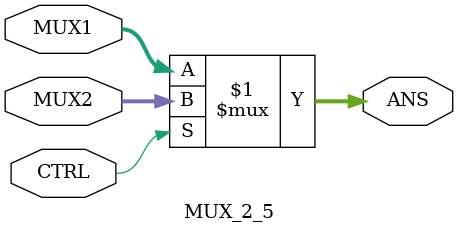
<source format=v>
`timescale 1ns / 1ps
module MUX_2_5(
    input [4:0] MUX1,
    input [4:0] MUX2,
    input CTRL,
    output [4:0] ANS
    );

		assign ANS = CTRL ? MUX2 : MUX1;

endmodule

</source>
